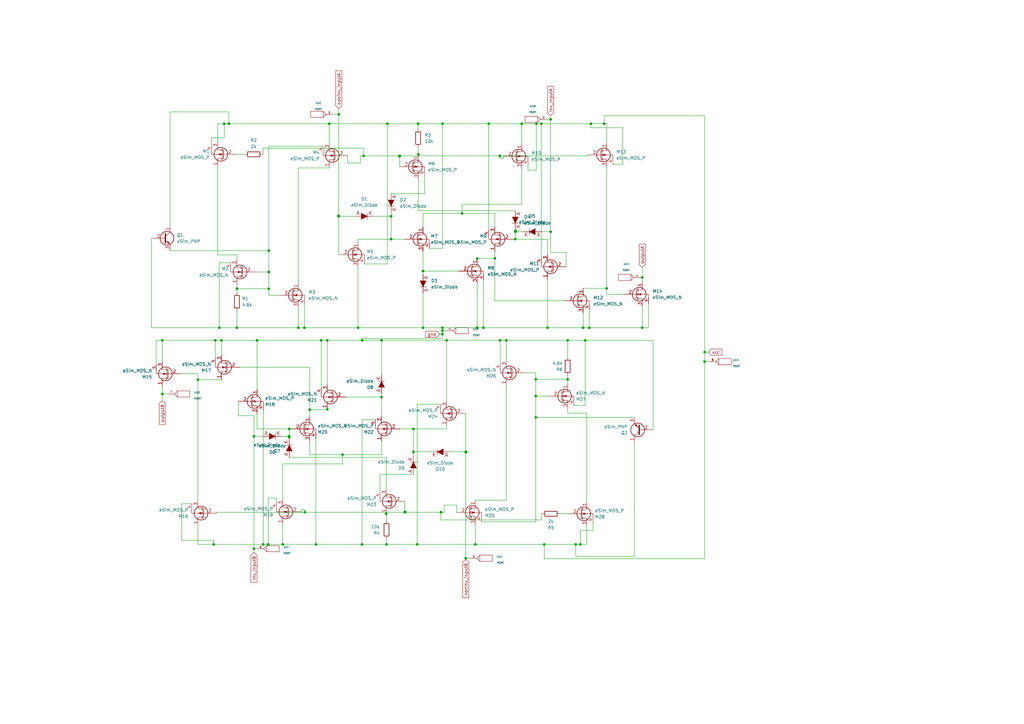
<source format=kicad_sch>
(kicad_sch (version 20211123) (generator eeschema)
  (paper "A3")
  (lib_symbols
    (symbol "eSim_Devices:eSim_Diode" (pin_numbers hide) (pin_names (offset 1.016) hide)
      (property "Reference" "D" (at 0 2.54 0))
      (property "Value" "eSim_Diode" (at 0 -2.54 0))
      (symbol "eSim_Diode_0_0"
        (text "A" (at -2.54 1.27 0) (effects (font (size 1.524 1.524))))
        (text "K" (at 2.54 1.27 0) (effects (font (size 1.524 1.524))))
      )
      (symbol "eSim_Diode_0_1"
        (polyline (pts (xy 1.27 1.27) (xy 1.27 -1.27)) (stroke (width 0.1524)))
        (polyline (pts (xy -1.27 1.27) (xy 1.27 0) (xy -1.27 -1.27)) (fill (type outline)))
      )
      (symbol "eSim_Diode_1_1"
        (pin passive line (at -3.81 0 0) (length 2.54) (name "A") (number "1"))
        (pin passive line (at 3.81 0 180) (length 2.54) (name "K") (number "2"))
      )
    )
    (symbol "eSim_Devices:eSim_MOS_N" (pin_names (offset 0) hide)
      (property "Reference" "M" (at 0 -3.81 0))
      (property "Value" "eSim_MOS_N" (at 2.54 -1.27 0))
      (symbol "eSim_MOS_N_0_1"
        (polyline (pts (xy 3.302 -7.366) (xy 3.302 -6.35)) (stroke (width 0.254)))
        (polyline (pts (xy 3.302 -6.858) (xy 5.08 -6.858)))
        (polyline (pts (xy 3.302 -5.588) (xy 3.302 -4.572)) (stroke (width 0.254)))
        (polyline (pts (xy 3.302 -5.08) (xy 5.08 -5.08)))
        (polyline (pts (xy 3.302 -3.81) (xy 3.302 -2.794)) (stroke (width 0.254)))
        (polyline (pts (xy 3.302 -3.302) (xy 5.08 -3.302)))
        (polyline (pts (xy 5.08 -7.62) (xy 5.08 -6.858)))
        (polyline (pts (xy 5.08 -3.302) (xy 5.08 -2.54)))
        (polyline (pts (xy 2.794 -6.985) (xy 2.794 -3.175) (xy 2.794 -3.175)) (stroke (width 0.254)))
        (polyline (pts (xy 5.08 -5.08) (xy 7.62 -5.08) (xy 7.62 -6.35)))
        (polyline (pts (xy 3.556 -5.08) (xy 4.572 -5.461) (xy 4.572 -4.699) (xy 3.556 -5.08)) (fill (type outline)))
        (circle (center 3.81 -5.08) (radius 2.8194) (stroke (width 0.254)))
      )
      (symbol "eSim_MOS_N_1_1"
        (pin passive line (at 5.08 0 270) (length 2.54) (name "D") (number "1"))
        (pin passive line (at -2.54 -5.08 0) (length 5.334) (name "G") (number "2"))
        (pin passive line (at 5.08 -10.16 90) (length 2.54) (name "S") (number "3"))
        (pin passive line (at 7.62 -8.89 90) (length 2.4892) (name "B") (number "4"))
      )
    )
    (symbol "eSim_Devices:eSim_MOS_P" (pin_names (offset 0) hide)
      (property "Reference" "M" (at -1.27 1.27 0))
      (property "Value" "eSim_MOS_P" (at 1.27 3.81 0))
      (symbol "eSim_MOS_P_0_1"
        (polyline (pts (xy 2.032 -1.778) (xy 3.81 -1.778)))
        (polyline (pts (xy 2.032 -1.27) (xy 2.032 -2.286)) (stroke (width 0.254)))
        (polyline (pts (xy 2.032 0) (xy 3.81 0)))
        (polyline (pts (xy 2.032 0.508) (xy 2.032 -0.508)) (stroke (width 0.254)))
        (polyline (pts (xy 2.032 1.778) (xy 3.81 1.778)))
        (polyline (pts (xy 2.032 2.286) (xy 2.032 1.27)) (stroke (width 0.254)))
        (polyline (pts (xy 3.81 -1.778) (xy 3.81 -2.54)))
        (polyline (pts (xy 3.81 2.54) (xy 3.81 1.778)))
        (polyline (pts (xy 1.524 1.905) (xy 1.524 -1.905) (xy 1.524 -1.905)) (stroke (width 0.254)))
        (polyline (pts (xy 3.81 0) (xy 6.35 0) (xy 6.35 -1.27)))
        (polyline (pts (xy 3.556 0) (xy 2.54 -0.381) (xy 2.54 0.381) (xy 3.556 0)) (fill (type outline)))
        (circle (center 2.54 0) (radius 2.8194) (stroke (width 0.254)))
      )
      (symbol "eSim_MOS_P_1_1"
        (pin passive line (at 3.81 5.08 270) (length 2.54) (name "D") (number "1"))
        (pin passive line (at -3.81 0 0) (length 5.334) (name "G") (number "2"))
        (pin passive line (at 3.81 -5.08 90) (length 2.54) (name "S") (number "3"))
        (pin passive line (at 6.35 -3.81 90) (length 2.54) (name "B") (number "4"))
      )
    )
    (symbol "eSim_Devices:eSim_PNP" (pin_names (offset 0) hide)
      (property "Reference" "Q" (at -2.54 1.27 0))
      (property "Value" "eSim_PNP" (at -1.27 3.81 0))
      (symbol "eSim_PNP_0_1"
        (polyline (pts (xy 0.635 0.635) (xy 2.54 2.54)))
        (polyline (pts (xy 0.635 -0.635) (xy 2.54 -2.54) (xy 2.54 -2.54)))
        (polyline (pts (xy 0.635 1.905) (xy 0.635 -1.905) (xy 0.635 -1.905)) (stroke (width 0.508)))
        (polyline (pts (xy 2.286 -1.778) (xy 1.778 -2.286) (xy 1.27 -1.27) (xy 2.286 -1.778) (xy 2.286 -1.778)) (fill (type outline)))
        (circle (center 1.27 0) (radius 2.8194) (stroke (width 0.254)))
      )
      (symbol "eSim_PNP_1_1"
        (pin passive line (at 2.54 5.08 270) (length 2.54) (name "C") (number "1"))
        (pin passive line (at -5.08 0 0) (length 5.715) (name "B") (number "2"))
        (pin passive line (at 2.54 -5.08 90) (length 2.54) (name "E") (number "3"))
      )
    )
    (symbol "eSim_Devices:resistor" (pin_numbers hide) (pin_names (offset 0))
      (property "Reference" "R" (at 1.27 3.302 0))
      (property "Value" "resistor" (at 1.27 -1.27 0))
      (symbol "resistor_0_1"
        (rectangle (start 3.81 0.254) (end -1.27 2.286) (stroke (width 0.254)))
      )
      (symbol "resistor_1_1"
        (pin passive line (at -2.54 1.27 0) (length 1.27) (name "~") (number "1"))
        (pin passive line (at 5.08 1.27 180) (length 1.27) (name "~") (number "2"))
      )
    )
    (symbol "eSim_Miscellaneous:PORT" (pin_names (offset 1.016))
      (property "Reference" "U" (at 1.27 2.54 0))
      (property "Value" "PORT" (at 0 0 0))
      (symbol "PORT_0_1"
        (rectangle (start -2.54 1.27) (end 2.54 -1.27))
        (arc (start 2.54 1.27) (mid 3.1355 0.5955) (end 3.81 0))
        (arc (start 3.81 0) (mid 3.1447 -0.6046) (end 2.54 -1.27))
      )
      (symbol "PORT_1_1"
        (pin bidirectional line (at 6.35 0 180) (length 2.54) (name "~") (number "1"))
      )
      (symbol "PORT_2_1"
        (pin bidirectional line (at 6.35 0 180) (length 2.54) (name "~") (number "2"))
      )
      (symbol "PORT_3_1"
        (pin bidirectional line (at 6.35 0 180) (length 2.54) (name "~") (number "3"))
      )
      (symbol "PORT_4_1"
        (pin bidirectional line (at 6.35 0 180) (length 2.54) (name "~") (number "4"))
      )
      (symbol "PORT_5_1"
        (pin bidirectional line (at 6.35 0 180) (length 2.54) (name "~") (number "5"))
      )
      (symbol "PORT_6_1"
        (pin bidirectional line (at 6.35 0 180) (length 2.54) (name "~") (number "6"))
      )
      (symbol "PORT_7_1"
        (pin bidirectional line (at 6.35 0 180) (length 2.54) (name "~") (number "7"))
      )
      (symbol "PORT_8_1"
        (pin bidirectional line (at 6.35 0 180) (length 2.54) (name "~") (number "8"))
      )
      (symbol "PORT_9_1"
        (pin bidirectional line (at 6.35 0 180) (length 2.54) (name "~") (number "9"))
      )
      (symbol "PORT_10_1"
        (pin bidirectional line (at 6.35 0 180) (length 2.54) (name "~") (number "10"))
      )
      (symbol "PORT_11_1"
        (pin bidirectional line (at 6.35 0 180) (length 2.54) (name "~") (number "11"))
      )
      (symbol "PORT_12_1"
        (pin bidirectional line (at 6.35 0 180) (length 2.54) (name "~") (number "12"))
      )
      (symbol "PORT_13_1"
        (pin bidirectional line (at 6.35 0 180) (length 2.54) (name "~") (number "13"))
      )
      (symbol "PORT_14_1"
        (pin bidirectional line (at 6.35 0 180) (length 2.54) (name "~") (number "14"))
      )
      (symbol "PORT_15_1"
        (pin bidirectional line (at 6.35 0 180) (length 2.54) (name "~") (number "15"))
      )
      (symbol "PORT_16_1"
        (pin bidirectional line (at 6.35 0 180) (length 2.54) (name "~") (number "16"))
      )
      (symbol "PORT_17_1"
        (pin bidirectional line (at 6.35 0 180) (length 2.54) (name "~") (number "17"))
      )
      (symbol "PORT_18_1"
        (pin bidirectional line (at 6.35 0 180) (length 2.54) (name "~") (number "18"))
      )
      (symbol "PORT_19_1"
        (pin bidirectional line (at 6.35 0 180) (length 2.54) (name "~") (number "19"))
      )
      (symbol "PORT_20_1"
        (pin bidirectional line (at 6.35 0 180) (length 2.54) (name "~") (number "20"))
      )
      (symbol "PORT_21_1"
        (pin bidirectional line (at 6.35 0 180) (length 2.54) (name "~") (number "21"))
      )
      (symbol "PORT_22_1"
        (pin bidirectional line (at 6.35 0 180) (length 2.54) (name "~") (number "22"))
      )
      (symbol "PORT_23_1"
        (pin bidirectional line (at 6.35 0 180) (length 2.54) (name "~") (number "23"))
      )
      (symbol "PORT_24_1"
        (pin bidirectional line (at 6.35 0 180) (length 2.54) (name "~") (number "24"))
      )
      (symbol "PORT_25_1"
        (pin bidirectional line (at 6.35 0 180) (length 2.54) (name "~") (number "25"))
      )
      (symbol "PORT_26_1"
        (pin bidirectional line (at 6.35 0 180) (length 2.54) (name "~") (number "26"))
      )
    )
  )
  (junction (at 181.4576 134.4168))
  (junction (at 238.0234 223.2914))
  (junction (at 105.4354 139.5984))
  (junction (at 93.8784 50.7238))
  (junction (at 97.1804 118.4148))
  (junction (at 148.4884 223.2914))
  (junction (at 163.9824 63.9318))
  (junction (at 118.6434 175.9204))
  (junction (at 225.8314 48.9458))
  (junction (at 127.0254 168.0464))
  (junction (at 219.7354 155.6004))
  (junction (at 104.1654 225.044))
  (junction (at 110.2614 102.7938))
  (junction (at 148.5392 139.5984))
  (junction (at 140.4874 186.4614))
  (junction (at 247.8024 50.7238))
  (junction (at 146.8374 134.4168))
  (junction (at 171.0944 223.2914))
  (junction (at 183.1594 139.5984))
  (junction (at 288.9758 148.3106))
  (junction (at 211.3534 94.7928))
  (junction (at 198.2724 134.4168))
  (junction (at 138.8364 88.5698))
  (junction (at 189.5094 87.5538))
  (junction (at 138.9634 46.8884))
  (junction (at 66.5734 161.5948))
  (junction (at 263.4234 113.792))
  (junction (at 166.0144 210.0834))
  (junction (at 211.4804 95.0468))
  (junction (at 158.3944 210.7184))
  (junction (at 263.4234 134.4168))
  (junction (at 173.5074 134.4168))
  (junction (at 232.8164 155.6004))
  (junction (at 225.8314 95.0468))
  (junction (at 288.9758 144.4244))
  (junction (at 156.4894 139.5984))
  (junction (at 115.9764 223.2914))
  (junction (at 163.8554 63.9318))
  (junction (at 110.2614 118.4148))
  (junction (at 173.5074 111.1758))
  (junction (at 88.2904 139.5984))
  (junction (at 131.7244 139.5984))
  (junction (at 89.9414 134.4168))
  (junction (at 91.9734 50.7238))
  (junction (at 156.4894 162.8394))
  (junction (at 195.7324 106.0958))
  (junction (at 160.4264 98.0948))
  (junction (at 149.1234 63.9318))
  (junction (at 219.9894 50.7238))
  (junction (at 107.9754 223.2914))
  (junction (at 232.8164 139.5984))
  (junction (at 181.4576 135.6106))
  (junction (at 90.8304 139.5984))
  (junction (at 122.3264 134.4168))
  (junction (at 240.0554 139.5984))
  (junction (at 66.5734 139.5984))
  (junction (at 222.0214 50.7238))
  (junction (at 181.5084 50.7238))
  (junction (at 97.1804 134.4168))
  (junction (at 205.1304 139.5984))
  (junction (at 169.5704 185.3184))
  (junction (at 180.8734 210.0834))
  (junction (at 211.4804 94.7928))
  (junction (at 191.0334 228.9556))
  (junction (at 211.3534 98.0948))
  (junction (at 171.4754 50.7238))
  (junction (at 158.9024 50.7238))
  (junction (at 181.4576 137.0584))
  (junction (at 134.2644 167.9194))
  (junction (at 248.8184 118.2878))
  (junction (at 110.2614 111.5568))
  (junction (at 207.6704 139.5984))
  (junction (at 138.8364 88.6968))
  (junction (at 202.9714 105.9688))
  (junction (at 166.1414 210.0834))
  (junction (at 158.5214 223.2914))
  (junction (at 241.7064 134.4168))
  (junction (at 163.8554 64.0588))
  (junction (at 81.1784 155.7274))
  (junction (at 194.9704 223.2914))
  (junction (at 166.1414 209.9564))
  (junction (at 239.1664 134.4168))
  (junction (at 118.5164 179.2224))
  (junction (at 219.7354 171.2214))
  (junction (at 191.1604 185.3184))
  (junction (at 138.9634 88.5698))
  (junction (at 219.7354 162.4584))
  (junction (at 191.1604 185.4454))
  (junction (at 200.4314 50.7238))
  (junction (at 236.1184 223.2914))
  (junction (at 124.9934 210.0834))
  (junction (at 205.0034 63.9318))
  (junction (at 160.4264 88.6968))
  (junction (at 171.6024 63.2968))
  (junction (at 134.2644 139.5984))
  (junction (at 118.5164 178.9684))
  (junction (at 214.0204 50.7238))
  (junction (at 87.6554 223.2914))
  (junction (at 124.8664 134.4168))
  (junction (at 135.0264 50.7238))
  (junction (at 118.6434 179.2224))
  (junction (at 224.5614 134.4168))
  (junction (at 191.0334 185.4454))
  (junction (at 195.7324 134.4168))
  (junction (at 110.0074 223.2914))
  (junction (at 129.5654 223.2914))
  (junction (at 242.3414 50.7238))
  (junction (at 169.5704 175.9204))
  (junction (at 223.2152 223.2914))
  (junction (at 104.1654 178.9684))
  (wire (pts (xy 263.4234 125.7808) (xy 263.4234 134.4168)))
  (wire (pts (xy 225.1964 162.4584) (xy 219.7354 162.4584)))
  (wire (pts (xy 191.0334 229.5144) (xy 191.0334 228.9556)))
  (wire (pts (xy 211.3534 94.7928) (xy 211.3534 98.0948)))
  (wire (pts (xy 206.4004 64.9478) (xy 205.0034 64.9478)))
  (wire (pts (xy 191.0334 228.9556) (xy 193.0146 228.9556)))
  (wire (pts (xy 290.5252 144.4244) (xy 288.9758 144.4244)))
  (wire (pts (xy 171.4754 63.2968) (xy 171.6024 63.2968)))
  (wire (pts (xy 107.9754 223.2914) (xy 87.6554 223.2914)))
  (wire (pts (xy 239.1664 128.4478) (xy 239.1664 134.4168)))
  (wire (pts (xy 90.8304 145.5674) (xy 90.8304 139.5984)))
  (wire (pts (xy 135.0264 58.7248) (xy 135.0264 50.7238)))
  (wire (pts (xy 98.4504 150.6474) (xy 127.0254 150.6474)))
  (wire (pts (xy 232.8164 139.5984) (xy 207.6704 139.5984)))
  (wire (pts (xy 104.1654 178.9684) (xy 104.1654 170.4594)))
  (wire (pts (xy 174.1424 72.1868) (xy 174.1424 79.4258)))
  (wire (pts (xy 69.7484 102.7938) (xy 110.2614 102.7938)))
  (wire (pts (xy 211.3534 98.0948) (xy 224.5614 98.0948)))
  (wire (pts (xy 89.3064 50.7238) (xy 91.9734 50.7238)))
  (wire (pts (xy 231.5464 123.3678) (xy 202.9714 123.3678)))
  (wire (pts (xy 214.0204 83.7438) (xy 189.5094 83.7438)))
  (wire (pts (xy 138.8364 88.5698) (xy 138.9634 88.5698)))
  (wire (pts (xy 198.2724 114.9858) (xy 198.2724 134.4168)))
  (wire (pts (xy 147.8534 66.8528) (xy 147.8534 63.9318)))
  (wire (pts (xy 97.8154 164.6174) (xy 97.8154 170.4594)))
  (wire (pts (xy 149.3774 108.2548) (xy 158.9024 108.2548)))
  (wire (pts (xy 195.7324 134.4168) (xy 198.2724 134.4168)))
  (wire (pts (xy 191.0334 169.5704) (xy 190.7794 169.5704)))
  (wire (pts (xy 153.9494 172.1104) (xy 148.4884 172.1104)))
  (wire (pts (xy 197.5104 214.0204) (xy 219.7354 214.0204)))
  (wire (pts (xy 118.6434 179.9844) (xy 118.6434 179.2224)))
  (wire (pts (xy 238.0234 217.5764) (xy 238.0234 223.2914)))
  (wire (pts (xy 147.8534 63.9318) (xy 149.1234 63.9318)))
  (wire (pts (xy 262.5852 113.792) (xy 263.4234 113.792)))
  (wire (pts (xy 88.7984 210.4644) (xy 88.7984 210.0834)))
  (wire (pts (xy 267.8684 176.3014) (xy 267.8684 139.5984)))
  (wire (pts (xy 118.5164 178.9684) (xy 118.5164 179.2224)))
  (wire (pts (xy 233.0704 210.7184) (xy 229.7684 210.7184)))
  (wire (pts (xy 158.5214 213.5124) (xy 158.5214 210.7184)))
  (wire (pts (xy 171.4754 60.5028) (xy 171.4754 63.2968)))
  (wire (pts (xy 173.5074 111.1758) (xy 173.5074 112.5728)))
  (wire (pts (xy 89.9414 107.7468) (xy 89.9414 134.4168)))
  (wire (pts (xy 173.5074 103.1748) (xy 173.5074 111.1758)))
  (wire (pts (xy 191.0334 228.9556) (xy 191.0334 185.4454)))
  (wire (pts (xy 181.4576 137.0584) (xy 181.4576 138.8618)))
  (wire (pts (xy 97.1804 116.6368) (xy 97.1804 118.4148)))
  (wire (pts (xy 110.2614 59.9948) (xy 110.2614 102.7938)))
  (wire (pts (xy 91.9734 56.4388) (xy 91.9734 50.7238)))
  (wire (pts (xy 214.0204 69.1388) (xy 214.0204 83.7438)))
  (wire (pts (xy 236.1184 228.1174) (xy 236.1184 223.2914)))
  (wire (pts (xy 122.3264 116.0018) (xy 122.3264 68.8848)))
  (wire (pts (xy 138.9634 46.8884) (xy 138.9634 88.5698)))
  (wire (pts (xy 232.8164 146.4564) (xy 232.8164 139.5984)))
  (wire (pts (xy 122.3264 68.8848) (xy 135.0264 68.8848)))
  (wire (pts (xy 74.5744 206.6544) (xy 74.5744 221.6404)))
  (wire (pts (xy 148.5392 139.5984) (xy 148.5392 138.8618)))
  (wire (pts (xy 90.8304 139.5984) (xy 88.2904 139.5984)))
  (wire (pts (xy 146.8374 109.5248) (xy 146.8374 134.4168)))
  (wire (pts (xy 89.3064 50.7238) (xy 89.3064 58.2168)))
  (wire (pts (xy 74.1934 153.3144) (xy 81.1784 153.3144)))
  (wire (pts (xy 131.7244 159.0294) (xy 131.7244 139.5984)))
  (wire (pts (xy 232.8164 155.6004) (xy 232.8164 154.0764)))
  (wire (pts (xy 194.9704 223.2914) (xy 171.0944 223.2914)))
  (wire (pts (xy 181.5084 101.9048) (xy 181.5084 50.7238)))
  (wire (pts (xy 260.2484 228.1174) (xy 260.2484 181.3814)))
  (wire (pts (xy 93.8784 45.8978) (xy 93.8784 50.7238)))
  (wire (pts (xy 206.4004 64.0588) (xy 206.4004 64.9478)))
  (wire (pts (xy 69.7484 45.8978) (xy 69.7484 92.6338)))
  (wire (pts (xy 219.9894 69.7738) (xy 219.9894 50.7238)))
  (wire (pts (xy 123.5964 209.0674) (xy 124.9934 209.0674)))
  (wire (pts (xy 97.1804 127.5588) (xy 97.1804 134.4168)))
  (wire (pts (xy 96.9264 63.2968) (xy 100.2284 63.2968)))
  (wire (pts (xy 288.9758 144.4244) (xy 288.9758 148.3106)))
  (wire (pts (xy 219.7354 152.9334) (xy 219.7354 155.6004)))
  (wire (pts (xy 207.6704 205.1304) (xy 194.9704 205.1304)))
  (wire (pts (xy 205.1304 139.5984) (xy 183.1594 139.5984)))
  (wire (pts (xy 224.5614 134.4168) (xy 239.1664 134.4168)))
  (wire (pts (xy 156.4894 186.4614) (xy 140.4874 186.4614)))
  (wire (pts (xy 224.5614 98.0948) (xy 224.5614 104.3178)))
  (wire (pts (xy 288.9758 148.3106) (xy 288.9758 229.1588)))
  (wire (pts (xy 180.4162 137.0584) (xy 181.4576 137.0584)))
  (wire (pts (xy 66.5734 161.5948) (xy 66.5734 158.3944)))
  (wire (pts (xy 288.9758 47.4726) (xy 288.9758 144.4244)))
  (wire (pts (xy 81.1784 155.7274) (xy 90.8304 155.7274)))
  (wire (pts (xy 184.4294 185.3184) (xy 191.1604 185.3184)))
  (wire (pts (xy 124.9934 209.0674) (xy 124.9934 210.0834)))
  (wire (pts (xy 74.5744 221.6404) (xy 87.6554 221.6404)))
  (wire (pts (xy 124.8664 124.8918) (xy 124.8664 134.4168)))
  (wire (pts (xy 142.6464 66.8528) (xy 147.8534 66.8528)))
  (wire (pts (xy 107.9754 168.4274) (xy 107.9754 223.2914)))
  (wire (pts (xy 107.8484 60.7568) (xy 149.1234 60.7568)))
  (wire (pts (xy 171.0944 223.2914) (xy 158.5214 223.2914)))
  (wire (pts (xy 110.2614 111.5568) (xy 110.2614 118.4148)))
  (wire (pts (xy 160.4264 87.0458) (xy 160.4264 88.6968)))
  (wire (pts (xy 182.1434 207.1624) (xy 182.1434 210.0834)))
  (wire (pts (xy 86.7664 56.4388) (xy 91.9734 56.4388)))
  (wire (pts (xy 173.5074 134.4168) (xy 181.4576 134.4168)))
  (wire (pts (xy 97.1804 118.4148) (xy 97.1804 119.9388)))
  (wire (pts (xy 240.6904 205.6384) (xy 240.6904 169.4434)))
  (wire (pts (xy 241.7064 127.1778) (xy 241.7064 134.4168)))
  (wire (pts (xy 145.5674 88.6968) (xy 138.8364 88.6968)))
  (wire (pts (xy 62.1284 97.7138) (xy 62.1284 134.4168)))
  (wire (pts (xy 69.7484 45.8978) (xy 93.8784 45.8978)))
  (wire (pts (xy 242.3414 52.3748) (xy 242.3414 50.7238)))
  (wire (pts (xy 105.4354 159.5374) (xy 105.4354 139.5984)))
  (wire (pts (xy 195.7324 105.9688) (xy 195.7324 106.0958)))
  (wire (pts (xy 146.8374 134.4168) (xy 173.5074 134.4168)))
  (wire (pts (xy 194.9704 215.2904) (xy 194.9704 223.2914)))
  (wire (pts (xy 265.9634 134.4168) (xy 263.4234 134.4168)))
  (wire (pts (xy 173.5074 120.1928) (xy 173.5074 134.4168)))
  (wire (pts (xy 242.3414 50.7238) (xy 247.8024 50.7238)))
  (wire (pts (xy 122.3264 134.4168) (xy 124.8664 134.4168)))
  (wire (pts (xy 156.4894 139.5984) (xy 148.5392 139.5984)))
  (wire (pts (xy 87.6554 221.6404) (xy 87.6554 223.2914)))
  (wire (pts (xy 232.8164 157.3784) (xy 232.8164 155.6004)))
  (wire (pts (xy 235.3564 166.2684) (xy 240.0554 166.2684)))
  (wire (pts (xy 202.9714 87.5538) (xy 202.9714 93.0148)))
  (wire (pts (xy 89.3064 68.3768) (xy 89.3064 104.5718)))
  (wire (pts (xy 243.2304 214.5284) (xy 243.2304 217.5764)))
  (wire (pts (xy 173.5074 93.0148) (xy 173.5074 87.5538)))
  (wire (pts (xy 93.8784 50.7238) (xy 135.0264 50.7238)))
  (wire (pts (xy 288.9758 229.1588) (xy 223.2152 229.1588)))
  (wire (pts (xy 243.2304 217.5764) (xy 238.0234 217.5764)))
  (wire (pts (xy 205.1304 149.1234) (xy 205.1304 139.5984)))
  (wire (pts (xy 66.5734 161.5948) (xy 68.961 161.5948)))
  (wire (pts (xy 222.0214 105.5878) (xy 222.0214 50.7238)))
  (wire (pts (xy 97.8154 170.4594) (xy 104.1654 170.4594)))
  (wire (pts (xy 142.6464 63.8048) (xy 142.6464 66.8528)))
  (wire (pts (xy 87.6554 223.2914) (xy 81.1784 223.2914)))
  (wire (pts (xy 149.1234 60.7568) (xy 149.1234 63.9318)))
  (wire (pts (xy 114.7064 121.0818) (xy 110.2614 121.0818)))
  (wire (pts (xy 134.2644 157.7594) (xy 134.2644 139.5984)))
  (wire (pts (xy 131.7244 139.5984) (xy 105.4354 139.5984)))
  (wire (pts (xy 222.1484 95.0468) (xy 225.8314 95.0468)))
  (wire (pts (xy 107.8484 178.9684) (xy 104.1654 178.9684)))
  (wire (pts (xy 241.1984 63.5508) (xy 241.1984 63.9318)))
  (wire (pts (xy 189.5094 87.5538) (xy 202.9714 87.5538)))
  (wire (pts (xy 146.8374 99.3648) (xy 146.8374 98.0948)))
  (wire (pts (xy 115.9764 215.0364) (xy 115.9764 223.2914)))
  (wire (pts (xy 158.9024 108.2548) (xy 158.9024 50.7238)))
  (wire (pts (xy 118.6434 175.9204) (xy 105.4354 175.9204)))
  (wire (pts (xy 155.8544 201.8284) (xy 155.8544 194.5894)))
  (wire (pts (xy 263.4234 109.6518) (xy 263.4234 113.792)))
  (wire (pts (xy 225.8314 47.4218) (xy 225.8314 48.9458)))
  (wire (pts (xy 222.0214 50.7238) (xy 242.3414 50.7238)))
  (wire (pts (xy 171.4754 50.7238) (xy 181.5084 50.7238)))
  (wire (pts (xy 248.8184 58.4708) (xy 248.8184 50.7238)))
  (wire (pts (xy 94.6404 107.7468) (xy 89.9414 107.7468)))
  (wire (pts (xy 183.1594 164.4904) (xy 183.1594 139.5984)))
  (wire (pts (xy 158.9024 50.7238) (xy 171.4754 50.7238)))
  (wire (pts (xy 127.0254 170.8404) (xy 127.0254 168.0464)))
  (wire (pts (xy 219.7354 155.6004) (xy 232.8164 155.6004)))
  (wire (pts (xy 88.2904 139.5984) (xy 66.5734 139.5984)))
  (wire (pts (xy 158.3944 187.6044) (xy 118.6434 187.6044)))
  (wire (pts (xy 191.1604 185.4454) (xy 191.0334 185.4454)))
  (wire (pts (xy 171.0944 165.7604) (xy 171.0944 223.2914)))
  (wire (pts (xy 236.1184 223.2914) (xy 223.2152 223.2914)))
  (wire (pts (xy 181.4576 138.8618) (xy 148.5392 138.8618)))
  (wire (pts (xy 86.7664 59.4868) (xy 86.7664 56.4388)))
  (wire (pts (xy 182.1434 210.0834) (xy 180.8734 210.0834)))
  (wire (pts (xy 180.8734 213.2584) (xy 180.8734 210.0834)))
  (wire (pts (xy 202.9714 103.1748) (xy 202.9714 105.9688)))
  (wire (pts (xy 138.9634 104.4448) (xy 139.2174 104.4448)))
  (wire (pts (xy 148.4884 223.2914) (xy 129.5654 223.2914)))
  (wire (pts (xy 239.1664 134.4168) (xy 241.7064 134.4168)))
  (wire (pts (xy 223.2152 223.2914) (xy 194.9704 223.2914)))
  (wire (pts (xy 158.5214 210.7184) (xy 158.3944 210.7184)))
  (wire (pts (xy 207.6704 147.8534) (xy 207.6704 139.5984)))
  (wire (pts (xy 187.3504 207.1624) (xy 182.1434 207.1624)))
  (wire (pts (xy 180.8734 210.0834) (xy 166.1414 210.0834)))
  (wire (pts (xy 169.5704 186.9694) (xy 169.5704 185.3184)))
  (wire (pts (xy 136.3472 46.8884) (xy 138.9634 46.8884)))
  (wire (pts (xy 181.4576 135.6106) (xy 181.4576 137.0584)))
  (wire (pts (xy 124.8664 134.4168) (xy 146.8374 134.4168)))
  (wire (pts (xy 169.5704 175.9204) (xy 164.1094 175.9204)))
  (wire (pts (xy 89.9414 134.4168) (xy 97.1804 134.4168)))
  (wire (pts (xy 81.1784 215.5444) (xy 81.1784 223.2914)))
  (wire (pts (xy 140.4874 190.2714) (xy 140.4874 186.4614)))
  (wire (pts (xy 260.2484 228.1174) (xy 236.1184 228.1174)))
  (wire (pts (xy 214.0204 50.7238) (xy 219.9894 50.7238)))
  (wire (pts (xy 110.0074 204.2414) (xy 110.0074 223.2914)))
  (wire (pts (xy 115.4684 178.9684) (xy 118.5164 178.9684)))
  (wire (pts (xy 91.9734 50.7238) (xy 93.8784 50.7238)))
  (wire (pts (xy 225.8314 48.9458) (xy 225.8314 95.0468)))
  (wire (pts (xy 115.9764 223.2914) (xy 110.0074 223.2914)))
  (wire (pts (xy 105.5878 225.044) (xy 104.1654 225.044)))
  (wire (pts (xy 263.4234 113.792) (xy 263.4234 115.6208)))
  (wire (pts (xy 127.0254 150.6474) (xy 127.0254 168.0464)))
  (wire (pts (xy 224.5614 114.4778) (xy 224.5614 134.4168)))
  (wire (pts (xy 127.0254 186.4614) (xy 127.0254 181.0004)))
  (wire (pts (xy 176.0474 101.9048) (xy 181.5084 101.9048)))
  (wire (pts (xy 248.8184 118.2878) (xy 239.1664 118.2878)))
  (wire (pts (xy 260.2484 171.2214) (xy 219.7354 171.2214)))
  (wire (pts (xy 202.9714 105.9688) (xy 195.7324 105.9688)))
  (wire (pts (xy 174.1424 79.4258) (xy 160.4264 79.4258)))
  (wire (pts (xy 216.5604 69.7738) (xy 219.9894 69.7738)))
  (wire (pts (xy 146.8374 98.0948) (xy 160.4264 98.0948)))
  (wire (pts (xy 173.5074 87.5538) (xy 189.5094 87.5538)))
  (wire (pts (xy 247.8024 50.7238) (xy 247.8024 47.4726)))
  (wire (pts (xy 183.1594 175.9204) (xy 169.5704 175.9204)))
  (wire (pts (xy 232.1814 109.3978) (xy 232.1814 103.5558)))
  (wire (pts (xy 81.1784 155.7274) (xy 81.1784 153.3144)))
  (wire (pts (xy 223.2152 229.1588) (xy 223.2152 223.2914)))
  (wire (pts (xy 241.7064 134.4168) (xy 263.4234 134.4168)))
  (wire (pts (xy 265.9634 124.5108) (xy 265.9634 134.4168)))
  (wire (pts (xy 255.4224 67.3608) (xy 255.4224 52.3748)))
  (wire (pts (xy 163.9824 63.9318) (xy 163.9824 68.3768)))
  (wire (pts (xy 207.6704 139.5984) (xy 205.1304 139.5984)))
  (wire (pts (xy 105.4354 139.5984) (xy 90.8304 139.5984)))
  (wire (pts (xy 205.0034 63.9318) (xy 241.1984 63.9318)))
  (wire (pts (xy 104.8004 111.5568) (xy 110.2614 111.5568)))
  (wire (pts (xy 187.3504 210.2104) (xy 187.3504 207.1624)))
  (wire (pts (xy 158.3944 200.5584) (xy 158.3944 187.6044)))
  (wire (pts (xy 66.5734 148.2344) (xy 66.5734 139.5984)))
  (wire (pts (xy 207.6704 158.0134) (xy 207.6704 205.1304)))
  (wire (pts (xy 88.2904 146.8374) (xy 88.2904 139.5984)))
  (wire (pts (xy 238.0234 223.2914) (xy 236.1184 223.2914)))
  (wire (pts (xy 156.4894 162.8394) (xy 156.4894 161.4424)))
  (wire (pts (xy 153.1874 88.6968) (xy 160.4264 88.6968)))
  (wire (pts (xy 240.6904 223.2914) (xy 238.0234 223.2914)))
  (wire (pts (xy 267.8684 139.5984) (xy 240.0554 139.5984)))
  (wire (pts (xy 171.6024 73.4568) (xy 171.6024 86.4108)))
  (wire (pts (xy 211.3534 94.0308) (xy 211.3534 94.7928)))
  (wire (pts (xy 140.4874 186.4614) (xy 127.0254 186.4614)))
  (wire (pts (xy 205.0034 64.9478) (xy 205.0034 63.9318)))
  (wire (pts (xy 183.1848 135.6106) (xy 181.4576 135.6106)))
  (wire (pts (xy 251.3584 67.3608) (xy 255.4224 67.3608)))
  (wire (pts (xy 211.4804 95.0468) (xy 211.4804 94.7928)))
  (wire (pts (xy 222.1484 213.2584) (xy 180.8734 213.2584)))
  (wire (pts (xy 248.8184 118.2878) (xy 248.8184 120.7008)))
  (wire (pts (xy 216.5604 67.8688) (xy 216.5604 69.7738)))
  (wire (pts (xy 158.5214 223.2914) (xy 148.4884 223.2914)))
  (wire (pts (xy 119.4054 175.9204) (xy 118.6434 175.9204)))
  (wire (pts (xy 200.4314 50.7238) (xy 214.0204 50.7238)))
  (wire (pts (xy 198.2724 134.4168) (xy 224.5614 134.4168)))
  (wire (pts (xy 169.5704 185.3184) (xy 169.5704 175.9204)))
  (wire (pts (xy 181.4576 134.4168) (xy 195.7324 134.4168)))
  (wire (pts (xy 89.3064 104.5718) (xy 97.1804 104.5718)))
  (wire (pts (xy 232.1814 103.5558) (xy 225.8314 103.5558)))
  (wire (pts (xy 188.1124 111.1758) (xy 173.5074 111.1758)))
  (wire (pts (xy 183.1594 174.6504) (xy 183.1594 175.9204)))
  (wire (pts (xy 195.7324 116.2558) (xy 195.7324 134.4168)))
  (wire (pts (xy 158.5214 221.1324) (xy 158.5214 223.2914)))
  (wire (pts (xy 191.0334 185.4454) (xy 191.0334 169.5704)))
  (wire (pts (xy 64.0334 139.5984) (xy 66.5734 139.5984)))
  (wire (pts (xy 127.0254 168.0464) (xy 134.2644 168.0464)))
  (wire (pts (xy 214.0204 58.9788) (xy 214.0204 50.7238)))
  (wire (pts (xy 135.0264 50.7238) (xy 158.9024 50.7238)))
  (wire (pts (xy 105.4354 175.9204) (xy 105.4354 169.6974)))
  (wire (pts (xy 78.6384 206.6544) (xy 74.5744 206.6544)))
  (wire (pts (xy 81.1784 205.3844) (xy 81.1784 155.7274)))
  (wire (pts (xy 166.0144 210.0834) (xy 124.9934 210.0834)))
  (wire (pts (xy 171.6024 86.4108) (xy 211.3534 86.4108)))
  (wire (pts (xy 156.4894 181.0004) (xy 156.4894 186.4614)))
  (wire (pts (xy 138.8364 88.6968) (xy 138.8364 88.5698)))
  (wire (pts (xy 181.4576 134.4168) (xy 181.4576 135.6106)))
  (wire (pts (xy 104.1654 178.9684) (xy 104.1654 225.044)))
  (wire (pts (xy 166.0144 210.0834) (xy 166.0144 205.6384)))
  (wire (pts (xy 124.9934 210.0834) (xy 88.7984 210.0834)))
  (wire (pts (xy 219.7354 162.4584) (xy 219.7354 155.6004)))
  (wire (pts (xy 148.5392 139.5984) (xy 134.2644 139.5984)))
  (wire (pts (xy 219.9894 50.7238) (xy 222.0214 50.7238)))
  (wire (pts (xy 180.6194 165.7604) (xy 171.0944 165.7604)))
  (wire (pts (xy 225.8314 95.0468) (xy 225.8314 103.5558)))
  (wire (pts (xy 156.4894 170.8404) (xy 156.4894 162.8394)))
  (wire (pts (xy 123.5964 209.9564) (xy 123.5964 209.0674)))
  (wire (pts (xy 240.6904 223.2914) (xy 240.6904 215.7984)))
  (wire (pts (xy 155.8544 194.5894) (xy 169.5704 194.5894)))
  (wire (pts (xy 62.1284 134.4168) (xy 89.9414 134.4168)))
  (wire (pts (xy 110.2614 121.0818) (xy 110.2614 118.4148)))
  (wire (pts (xy 248.8184 68.6308) (xy 248.8184 118.2878)))
  (wire (pts (xy 115.9764 204.8764) (xy 115.9764 190.2714)))
  (wire (pts (xy 240.0554 139.5984) (xy 232.8164 139.5984)))
  (wire (pts (xy 163.9824 63.9318) (xy 205.0034 63.9318)))
  (wire (pts (xy 122.3264 126.1618) (xy 122.3264 134.4168)))
  (wire (pts (xy 129.5654 223.2914) (xy 115.9764 223.2914)))
  (wire (pts (xy 176.8094 185.3184) (xy 169.5704 185.3184)))
  (wire (pts (xy 210.5914 98.0948) (xy 211.3534 98.0948)))
  (wire (pts (xy 240.6904 169.4434) (xy 232.8164 169.4434)))
  (wire (pts (xy 113.4364 204.2414) (xy 110.0074 204.2414)))
  (wire (pts (xy 107.8484 63.2968) (xy 107.8484 60.7568)))
  (wire (pts (xy 148.4884 172.1104) (xy 148.4884 223.2914)))
  (wire (pts (xy 171.4754 52.8828) (xy 171.4754 50.7238)))
  (wire (pts (xy 291.0078 148.3106) (xy 288.9758 148.3106)))
  (wire (pts (xy 141.8844 162.8394) (xy 156.4894 162.8394)))
  (wire (pts (xy 183.1594 139.5984) (xy 156.4894 139.5984)))
  (wire (pts (xy 97.1804 134.4168) (xy 122.3264 134.4168)))
  (wire (pts (xy 97.1804 104.5718) (xy 97.1804 106.4768)))
  (wire (pts (xy 166.1414 210.0834) (xy 166.1414 209.9564)))
  (wire (pts (xy 247.8024 47.4726) (xy 288.9758 47.4726)))
  (wire (pts (xy 110.0074 223.2914) (xy 107.9754 223.2914)))
  (wire (pts (xy 104.1654 225.044) (xy 104.1654 226.5934)))
  (wire (pts (xy 181.5084 50.7238) (xy 200.4314 50.7238)))
  (wire (pts (xy 110.2614 102.7938) (xy 110.2614 111.5568)))
  (wire (pts (xy 138.9634 44.5008) (xy 138.9634 46.8884)))
  (wire (pts (xy 219.7354 214.0204) (xy 219.7354 171.2214)))
  (wire (pts (xy 138.9634 88.5698) (xy 138.9634 104.4448)))
  (wire (pts (xy 189.5094 83.7438) (xy 189.5094 87.5538)))
  (wire (pts (xy 219.7354 171.2214) (xy 219.7354 162.4584)))
  (wire (pts (xy 202.9714 123.3678) (xy 202.9714 105.9688)))
  (wire (pts (xy 255.8034 120.7008) (xy 248.8184 120.7008)))
  (wire (pts (xy 110.2614 118.4148) (xy 97.1804 118.4148)))
  (wire (pts (xy 163.8554 63.9318) (xy 163.8554 64.0588)))
  (wire (pts (xy 200.4314 50.7238) (xy 200.4314 94.2848)))
  (wire (pts (xy 232.8164 169.4434) (xy 232.8164 167.5384)))
  (wire (pts (xy 191.1604 185.3184) (xy 191.1604 185.4454)))
  (wire (pts (xy 118.5164 179.2224) (xy 118.6434 179.2224)))
  (wire (pts (xy 115.9764 190.2714) (xy 140.4874 190.2714)))
  (wire (pts (xy 240.0554 166.2684) (xy 240.0554 139.5984)))
  (wire (pts (xy 64.0334 149.5044) (xy 64.0334 139.5984)))
  (wire (pts (xy 118.6434 179.2224) (xy 118.6434 175.9204)))
  (wire (pts (xy 156.4894 153.8224) (xy 156.4894 139.5984)))
  (wire (pts (xy 211.4804 94.7928) (xy 211.3534 94.7928)))
  (wire (pts (xy 134.2644 139.5984) (xy 131.7244 139.5984)))
  (wire (pts (xy 215.2904 152.9334) (xy 219.7354 152.9334)))
  (wire (pts (xy 66.5734 164.3634) (xy 66.5734 161.5948)))
  (wire (pts (xy 160.4264 98.0948) (xy 165.8874 98.0948)))
  (wire (pts (xy 134.2644 168.0464) (xy 134.2644 167.9194)))
  (wire (pts (xy 224.2312 48.9458) (xy 225.8314 48.9458)))
  (wire (pts (xy 129.5654 223.2914) (xy 129.5654 179.7304)))
  (wire (pts (xy 247.8024 50.7238) (xy 248.8184 50.7238)))
  (wire (pts (xy 255.4224 52.3748) (xy 242.3414 52.3748)))
  (wire (pts (xy 214.5284 95.0468) (xy 211.4804 95.0468)))
  (wire (pts (xy 160.4264 88.6968) (xy 160.4264 98.0948)))
  (wire (pts (xy 149.1234 63.9318) (xy 163.8554 63.9318)))
  (wire (pts (xy 132.4864 59.9948) (xy 110.2614 59.9948)))
  (wire (pts (xy 113.4364 206.1464) (xy 113.4364 204.2414)))
  (wire (pts (xy 222.1484 210.7184) (xy 222.1484 213.2584)))
  (global_label "gnd" (shape input) (at 180.4162 137.0584 180) (property "Intersheet References" "${INTERSHEET_REFS}" (effects hide)))
  (global_label "outputA" (shape input) (at 263.4234 109.6518 90) (property "Intersheet References" "${INTERSHEET_REFS}" (effects hide)))
  (global_label "noninv_inputA" (shape input) (at 138.9634 44.5008 90) (property "Intersheet References" "${INTERSHEET_REFS}" (effects hide)))
  (global_label "inv_inputA" (shape input) (at 225.8314 47.4218 90) (property "Intersheet References" "${INTERSHEET_REFS}" (effects hide)))
  (global_label "inv_inputB" (shape input) (at 104.1654 226.5934 270) (property "Intersheet References" "${INTERSHEET_REFS}" (effects hide)))
  (global_label "vcc" (shape input) (at 290.5252 144.4244 0) (property "Intersheet References" "${INTERSHEET_REFS}" (effects hide)))
  (global_label "outputB" (shape input) (at 66.5734 164.3634 270) (property "Intersheet References" "${INTERSHEET_REFS}" (effects hide)))
  (global_label "noninv_inputB" (shape input) (at 191.0334 229.5144 270) (property "Intersheet References" "${INTERSHEET_REFS}" (effects hide)))
  (symbol (lib_id "eSim_Devices:eSim_MOS_P") (at 191.1604 210.2104 0) (unit 1)
    (property "Reference" "M25" (at 198.9074 211.4805 0) (effects (justify left)))
    (property "Value" "eSim_MOS_P" (at 198.9074 208.9405 0) (effects (justify left)))
  )
  (symbol (lib_id "eSim_Devices:eSim_Diode") (at 173.5074 116.3828 270) (unit 1)
    (property "Reference" "D3" (at 176.8094 115.1671 90) (effects (justify left)))
    (property "Value" "eSim_Diode" (at 176.8094 117.7071 90) (effects (justify left)))
  )
  (symbol (lib_id "eSim_Miscellaneous:PORT") (at 111.9378 225.044 180) (unit 6)
    (property "Reference" "U1" (at 116.2558 224.409 0) (effects (font (size 0.762 0.762)) (justify right)))
    (property "Value" "PORT" (at 116.2558 226.949 0) (effects (font (size 0.762 0.762)) (justify right)))
  )
  (symbol (lib_id "eSim_Devices:eSim_MOS_P") (at 101.6254 164.6174 0) (unit 1)
    (property "Reference" "M18" (at 108.7374 165.8875 0) (effects (justify left)))
    (property "Value" "eSim_MOS_P" (at 108.7374 163.3475 0) (effects (justify left)))
  )
  (symbol (lib_id "eSim_Devices:eSim_MOS_P") (at 167.7924 68.3768 0) (unit 1)
    (property "Reference" "M6" (at 175.5394 67.1067 0) (effects (justify left)))
    (property "Value" "eSim_MOS_P" (at 175.5394 69.6467 0) (effects (justify left)))
  )
  (symbol (lib_id "eSim_Devices:eSim_MOS_P") (at 210.2104 64.0588 0) (unit 1)
    (property "Reference" "M10" (at 217.9574 62.7887 0) (effects (justify left)))
    (property "Value" "eSim_MOS_P" (at 217.9574 65.3287 0) (effects (justify left)))
  )
  (symbol (lib_id "eSim_Devices:eSim_PNP") (at 67.2084 97.7138 0) (unit 1)
    (property "Reference" "Q1" (at 72.5424 96.4437 0) (effects (justify left)))
    (property "Value" "eSim_PNP" (at 72.5424 98.9837 0) (effects (justify left)))
  )
  (symbol (lib_id "eSim_Devices:eSim_PNP") (at 262.7884 176.3014 180) (unit 1)
    (property "Reference" "Q2" (at 257.4544 177.5715 0) (effects (justify left)))
    (property "Value" "eSim_PNP" (at 257.4544 175.0315 0) (effects (justify left)))
  )
  (symbol (lib_id "eSim_Devices:eSim_MOS_N") (at 234.0864 118.2878 0) (unit 1)
    (property "Reference" "M12" (at 243.3574 122.0977 0) (effects (justify left)))
    (property "Value" "eSim_MOS_N" (at 243.3574 124.6377 0) (effects (justify left)))
  )
  (symbol (lib_id "eSim_Devices:eSim_MOS_P") (at 138.8364 63.8048 180) (unit 1)
    (property "Reference" "M4" (at 131.0894 62.5347 0) (effects (justify left)))
    (property "Value" "eSim_MOS_P" (at 131.0894 65.0747 0) (effects (justify left)))
  )
  (symbol (lib_id "eSim_Miscellaneous:PORT") (at 129.9972 46.8884 0) (unit 3)
    (property "Reference" "U1" (at 130.6322 42.2656 0) (effects (font (size 0.762 0.762))))
    (property "Value" "PORT" (at 130.6322 44.8056 0) (effects (font (size 0.762 0.762))))
  )
  (symbol (lib_id "eSim_Devices:eSim_MOS_P") (at 245.0084 63.5508 0) (unit 1)
    (property "Reference" "M13" (at 252.7554 62.2807 0) (effects (justify left)))
    (property "Value" "eSim_MOS_P" (at 252.7554 64.8207 0) (effects (justify left)))
  )
  (symbol (lib_id "eSim_Devices:eSim_Diode") (at 111.6584 178.9684 0) (unit 1)
    (property "Reference" "D6" (at 111.7129 185.4454 0))
    (property "Value" "eSim_Diode" (at 111.7129 182.9054 0))
  )
  (symbol (lib_id "eSim_Devices:eSim_Diode") (at 149.3774 88.6968 0) (unit 1)
    (property "Reference" "D1" (at 149.4318 81.5848 0))
    (property "Value" "eSim_Diode" (at 149.4318 84.1248 0))
  )
  (symbol (lib_id "eSim_Devices:resistor") (at 102.7684 64.5668 0) (unit 1)
    (property "Reference" "R2" (at 104.0384 57.5818 0))
    (property "Value" "2k" (at 104.0384 60.1218 0))
  )
  (symbol (lib_id "eSim_Devices:eSim_MOS_P") (at 119.7864 209.9564 180) (unit 1)
    (property "Reference" "M19" (at 112.0394 211.2265 0) (effects (justify left)))
    (property "Value" "eSim_MOS_P" (at 112.0394 208.6865 0) (effects (justify left)))
  )
  (symbol (lib_id "eSim_Devices:eSim_MOS_P") (at 206.7814 98.0948 180) (unit 1)
    (property "Reference" "M9" (at 199.6694 96.8247 0) (effects (justify left)))
    (property "Value" "eSim_MOS_P" (at 199.6694 99.3647 0) (effects (justify left)))
  )
  (symbol (lib_id "eSim_Devices:eSim_MOS_P") (at 236.8804 210.7184 0) (unit 1)
    (property "Reference" "M28" (at 243.9924 211.9885 0) (effects (justify left)))
    (property "Value" "eSim_MOS_P" (at 243.9924 209.4485 0) (effects (justify left)))
  )
  (symbol (lib_id "eSim_Devices:eSim_Diode") (at 218.3384 95.0468 180) (unit 1)
    (property "Reference" "D5" (at 218.2839 88.5698 0))
    (property "Value" "eSim_Diode" (at 218.2839 91.1098 0))
  )
  (symbol (lib_id "eSim_Devices:resistor") (at 172.7454 57.9628 90) (unit 1)
    (property "Reference" "R3" (at 174.1424 55.4227 90) (effects (justify right)))
    (property "Value" "10k" (at 174.1424 57.9627 90) (effects (justify right)))
  )
  (symbol (lib_id "eSim_Devices:eSim_MOS_N") (at 227.7364 157.3784 0) (unit 1)
    (property "Reference" "M27" (at 236.2454 163.7285 0) (effects (justify left)))
    (property "Value" "eSim_MOS_N" (at 236.2454 161.1885 0) (effects (justify left)))
  )
  (symbol (lib_id "eSim_Devices:eSim_Diode") (at 118.6434 183.7944 90) (unit 1)
    (property "Reference" "D7" (at 115.0874 185.0101 90) (effects (justify left)))
    (property "Value" "eSim_Diode" (at 115.0874 182.4701 90) (effects (justify left)))
  )
  (symbol (lib_id "eSim_Devices:eSim_MOS_P") (at 160.2994 175.9204 180) (unit 1)
    (property "Reference" "M22" (at 153.3144 177.1905 0) (effects (justify left)))
    (property "Value" "eSim_MOS_P" (at 153.3144 174.6505 0) (effects (justify left)))
  )
  (symbol (lib_id "eSim_Devices:eSim_Diode") (at 180.6194 185.3184 180) (unit 1)
    (property "Reference" "D10" (at 180.565 192.4304 0))
    (property "Value" "eSim_Diode" (at 180.565 189.8904 0))
  )
  (symbol (lib_id "eSim_Devices:eSim_MOS_N") (at 102.2604 116.6368 180) (unit 1)
    (property "Reference" "M2" (at 93.7514 110.2867 0) (effects (justify left)))
    (property "Value" "eSim_MOS_N" (at 93.7514 112.8267 0) (effects (justify left)))
  )
  (symbol (lib_id "eSim_Devices:eSim_MOS_P") (at 169.6974 98.0948 0) (unit 1)
    (property "Reference" "M7" (at 176.6824 96.8247 0) (effects (justify left)))
    (property "Value" "eSim_MOS_P" (at 176.6824 99.3647 0) (effects (justify left)))
  )
  (symbol (lib_id "eSim_Devices:eSim_MOS_P") (at 84.9884 210.4644 180) (unit 1)
    (property "Reference" "M16" (at 77.2414 211.7345 0) (effects (justify left)))
    (property "Value" "eSim_MOS_P" (at 77.2414 209.1945 0) (effects (justify left)))
  )
  (symbol (lib_id "eSim_Miscellaneous:PORT") (at 189.5348 135.6106 180) (unit 4)
    (property "Reference" "U1" (at 193.9036 134.9756 0) (effects (font (size 0.762 0.762)) (justify right)))
    (property "Value" "PORT" (at 193.9036 137.5156 0) (effects (font (size 0.762 0.762)) (justify right)))
  )
  (symbol (lib_id "eSim_Devices:eSim_Diode") (at 160.4264 83.2358 270) (unit 1)
    (property "Reference" "D2" (at 163.9824 82.0201 90) (effects (justify left)))
    (property "Value" "eSim_Diode" (at 163.9824 84.5601 90) (effects (justify left)))
  )
  (symbol (lib_id "eSim_Devices:eSim_MOS_N") (at 190.6524 106.0958 0) (unit 1)
    (property "Reference" "M8" (at 199.9234 109.9057 0) (effects (justify left)))
    (property "Value" "eSim_MOS_N" (at 199.9234 112.4457 0) (effects (justify left)))
  )
  (symbol (lib_id "eSim_Devices:eSim_MOS_P") (at 186.9694 169.5704 180) (unit 1)
    (property "Reference" "M24" (at 179.6034 170.8405 0) (effects (justify left)))
    (property "Value" "eSim_MOS_P" (at 179.6034 168.3005 0) (effects (justify left)))
  )
  (symbol (lib_id "eSim_Devices:resistor") (at 227.2284 209.4484 180) (unit 1)
    (property "Reference" "R5" (at 225.9584 216.4334 0))
    (property "Value" "2k" (at 225.9584 213.8934 0))
  )
  (symbol (lib_id "eSim_Devices:eSim_MOS_P") (at 123.2154 175.9204 0) (unit 1)
    (property "Reference" "M20" (at 130.3274 177.1905 0) (effects (justify left)))
    (property "Value" "eSim_MOS_P" (at 130.3274 174.6505 0) (effects (justify left)))
  )
  (symbol (lib_id "eSim_Devices:eSim_MOS_P") (at 93.1164 63.2968 180) (unit 1)
    (property "Reference" "M1" (at 86.0044 62.0267 0) (effects (justify left)))
    (property "Value" "eSim_MOS_P" (at 86.0044 64.5667 0) (effects (justify left)))
  )
  (symbol (lib_id "eSim_Devices:eSim_MOS_P") (at 143.0274 104.4448 0) (unit 1)
    (property "Reference" "M5" (at 150.3934 103.1747 0) (effects (justify left)))
    (property "Value" "eSim_MOS_P" (at 150.3934 105.7147 0) (effects (justify left)))
  )
  (symbol (lib_id "eSim_Devices:resistor") (at 157.2514 216.0524 270) (unit 1)
    (property "Reference" "R4" (at 155.8544 218.5925 90) (effects (justify right)))
    (property "Value" "10k" (at 155.8544 216.0525 90) (effects (justify right)))
  )
  (symbol (lib_id "eSim_Devices:eSim_MOS_P") (at 228.3714 109.3978 180) (unit 1)
    (property "Reference" "M11" (at 221.2594 108.1277 0) (effects (justify left)))
    (property "Value" "eSim_MOS_P" (at 221.2594 110.6677 0) (effects (justify left)))
  )
  (symbol (lib_id "eSim_Devices:eSim_Diode") (at 211.3534 90.2208 270) (unit 1)
    (property "Reference" "D4" (at 214.9094 89.0051 90) (effects (justify left)))
    (property "Value" "eSim_Diode" (at 214.9094 91.5451 90) (effects (justify left)))
  )
  (symbol (lib_id "eSim_Miscellaneous:PORT") (at 75.311 161.5948 180) (unit 7)
    (property "Reference" "U1" (at 79.6036 160.9598 0) (effects (font (size 0.762 0.762)) (justify right)))
    (property "Value" "PORT" (at 79.6036 163.4998 0) (effects (font (size 0.762 0.762)) (justify right)))
  )
  (symbol (lib_id "eSim_Devices:resistor") (at 98.4504 125.0188 90) (unit 1)
    (property "Reference" "R1" (at 99.2124 122.4787 90) (effects (justify right)))
    (property "Value" "4.6k" (at 99.2124 125.0187 90) (effects (justify right)))
  )
  (symbol (lib_id "eSim_Devices:eSim_Diode") (at 169.5704 190.7794 90) (unit 1)
    (property "Reference" "D9" (at 166.0144 191.9951 90) (effects (justify left)))
    (property "Value" "eSim_Diode" (at 166.0144 189.4551 90) (effects (justify left)))
  )
  (symbol (lib_id "eSim_Devices:resistor") (at 231.5464 148.9964 270) (unit 1)
    (property "Reference" "R6" (at 230.7844 151.5365 90) (effects (justify right)))
    (property "Value" "4.6k" (at 230.7844 148.9965 90) (effects (justify right)))
  )
  (symbol (lib_id "eSim_Miscellaneous:PORT") (at 217.8812 48.9458 0) (unit 2)
    (property "Reference" "U1" (at 218.5162 43.5356 0) (effects (font (size 0.762 0.762))))
    (property "Value" "PORT" (at 218.5162 46.0756 0) (effects (font (size 0.762 0.762))))
  )
  (symbol (lib_id "eSim_Devices:eSim_MOS_N") (at 258.3434 115.6208 0) (unit 1)
    (property "Reference" "M14" (at 267.6144 119.4307 0) (effects (justify left)))
    (property "Value" "eSim_MOS_N" (at 267.6144 121.9707 0) (effects (justify left)))
  )
  (symbol (lib_id "eSim_Miscellaneous:PORT") (at 256.2352 113.792 0) (unit 1)
    (property "Reference" "U1" (at 256.8702 108.3056 0) (effects (font (size 0.762 0.762))))
    (property "Value" "PORT" (at 256.8702 110.8456 0) (effects (font (size 0.762 0.762))))
  )
  (symbol (lib_id "eSim_Devices:eSim_Diode") (at 156.4894 157.6324 90) (unit 1)
    (property "Reference" "D8" (at 153.1874 158.8481 90) (effects (justify left)))
    (property "Value" "eSim_Diode" (at 153.1874 156.3081 90) (effects (justify left)))
  )
  (symbol (lib_id "eSim_Miscellaneous:PORT") (at 297.3578 148.3106 180) (unit 8)
    (property "Reference" "U1" (at 300.5836 147.6756 0) (effects (font (size 0.762 0.762)) (justify right)))
    (property "Value" "PORT" (at 300.5836 150.2156 0) (effects (font (size 0.762 0.762)) (justify right)))
  )
  (symbol (lib_id "eSim_Devices:eSim_MOS_N") (at 212.7504 158.0134 180) (unit 1)
    (property "Reference" "M26" (at 203.4794 154.2035 0) (effects (justify left)))
    (property "Value" "eSim_MOS_N" (at 203.4794 151.6635 0) (effects (justify left)))
  )
  (symbol (lib_id "eSim_Devices:eSim_MOS_N") (at 71.6534 158.3944 180) (unit 1)
    (property "Reference" "M15" (at 62.3824 154.5845 0) (effects (justify left)))
    (property "Value" "eSim_MOS_N" (at 62.3824 152.0445 0) (effects (justify left)))
  )
  (symbol (lib_id "eSim_Devices:eSim_MOS_N") (at 117.2464 116.0018 0) (unit 1)
    (property "Reference" "M3" (at 126.5174 119.8117 0) (effects (justify left)))
    (property "Value" "eSim_MOS_N" (at 126.5174 122.3517 0) (effects (justify left)))
  )
  (symbol (lib_id "eSim_Devices:eSim_MOS_N") (at 95.9104 155.7274 180) (unit 1)
    (property "Reference" "M17" (at 86.6394 151.9175 0) (effects (justify left)))
    (property "Value" "eSim_MOS_N" (at 86.6394 149.3775 0) (effects (justify left)))
  )
  (symbol (lib_id "eSim_Miscellaneous:PORT") (at 199.3646 228.9556 180) (unit 5)
    (property "Reference" "U1" (at 203.7588 228.3206 0) (effects (font (size 0.762 0.762)) (justify right)))
    (property "Value" "PORT" (at 203.7588 230.8606 0) (effects (font (size 0.762 0.762)) (justify right)))
  )
  (symbol (lib_id "eSim_Devices:eSim_MOS_P") (at 162.2044 205.6384 180) (unit 1)
    (property "Reference" "M23" (at 154.4574 206.9085 0) (effects (justify left)))
    (property "Value" "eSim_MOS_P" (at 154.4574 204.3685 0) (effects (justify left)))
  )
  (symbol (lib_id "eSim_Devices:eSim_MOS_N") (at 139.3444 167.9194 180) (unit 1)
    (property "Reference" "M21" (at 130.0734 164.1095 0) (effects (justify left)))
    (property "Value" "eSim_MOS_N" (at 130.0734 161.5695 0) (effects (justify left)))
  )
)
</source>
